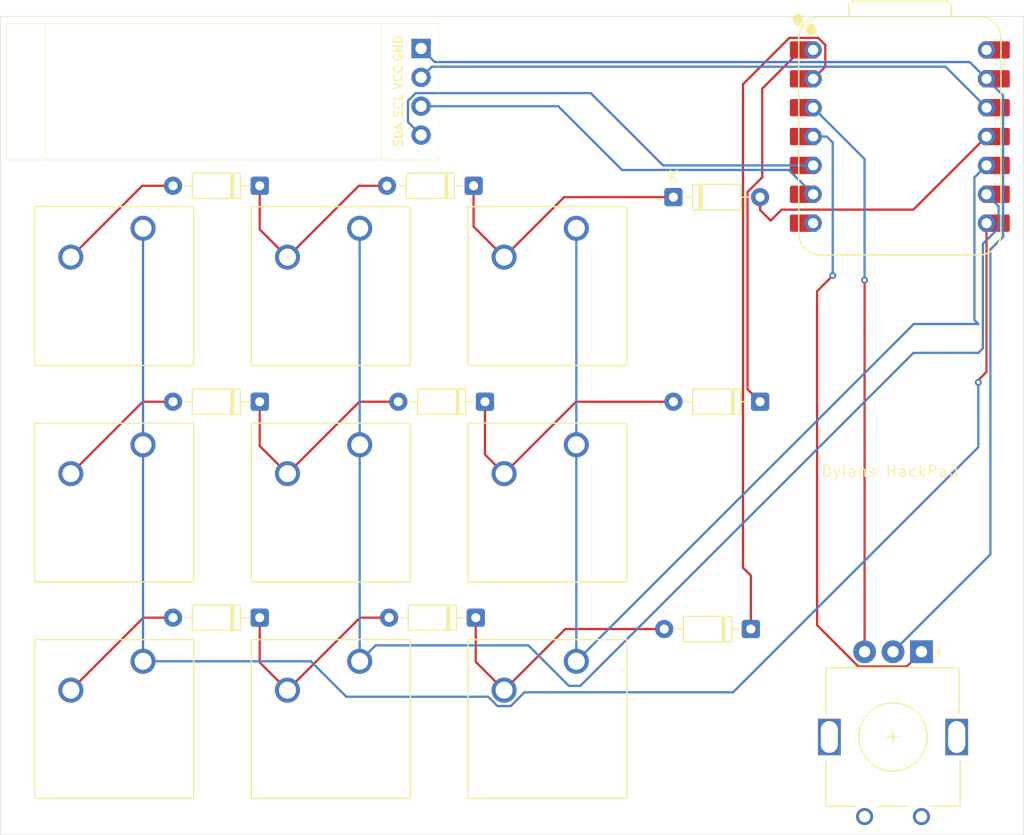
<source format=kicad_pcb>
(kicad_pcb (version 20241229) (generator "pcbnew") (generator_version "9.0")
  (layers (0 "F.Cu" signal) (2 "B.Cu" signal) (13 "F.Paste" user) (15 "B.Paste" user) (5 "F.SilkS" user "F.Silkscreen") (7 "B.SilkS" user "B.Silkscreen") (1 "F.Mask" user) (3 "B.Mask" user) (25 "Edge.Cuts" user))
  (net 0 "")
  (net 1 "GND")
  (net 2 "Net-(D1-A)")
  (net 3 "/ROW1")
  (net 4 "/ROW2")
  (net 5 "Net-(J1-SCL)")
  (net 6 "Net-(D2-K)")
  (net 7 "+3.3V")
  (net 9 "/ROW3")
  (net 10 "Net-(D3-A)")
  (net 11 "Net-(D4-K)")
  (net 13 "Net-(J1-SDA)")
  (net 14 "/COLUMN1")
  (net 15 "/COLUMN2")
  (net 16 "/COLUMN3")
  (net 17 "ENCORDER A")
  (net 18 "ENCODER B")
  (footprint "Diode_THT:D_DO-35_SOD27_P7.62mm_Horizontal" (layer "F.Cu") (at 131.81 103 180)
    (property "Reference" "D4" (hide yes))
    (property "Value" "1N4148" (hide yes))
    (fp_line (start 6.58 0) (end 5.93 0) (stroke (width 0.12)) (layer "F.SilkS"))
    (fp_line (start 2.53 -1.12) (end 2.53 1.12) (stroke (width 0.12)) (layer "F.SilkS"))
    (fp_line (start 2.41 -1.12) (end 2.41 1.12) (stroke (width 0.12)) (layer "F.SilkS"))
    (fp_line (start 2.29 -1.12) (end 2.29 1.12) (stroke (width 0.12)) (layer "F.SilkS"))
    (fp_line (start 1.04 0) (end 1.69 0) (stroke (width 0.12)) (layer "F.SilkS"))
    (fp_rect (start 1.69 -1.12) (end 5.93 1.12) (stroke (width 0.12)) (fill no) (layer "F.SilkS"))
    (pad "1" thru_hole roundrect (at 0 0 180) (size 1.6 1.6) (drill 0.8) (layers "*.Cu" "*.Mask") (roundrect_rratio 0.15625) (net 11 "Net-(D4-K)"))
    (pad "2" thru_hole circle (at 7.62 0 180) (size 1.6 1.6) (drill 0.8) (layers "*.Cu" "*.Mask") (net 9 "/ROW3"))
  )
  (footprint "Diode_THT:D_DO-35_SOD27_P7.62mm_Horizontal" (layer "F.Cu") (at 112.81 65 180)
    (property "Reference" "D1" (hide yes))
    (property "Value" "1N4148" (hide yes))
    (fp_line (start 6.58 0) (end 5.93 0) (stroke (width 0.12)) (layer "F.SilkS"))
    (fp_line (start 2.53 -1.12) (end 2.53 1.12) (stroke (width 0.12)) (layer "F.SilkS"))
    (fp_line (start 2.41 -1.12) (end 2.41 1.12) (stroke (width 0.12)) (layer "F.SilkS"))
    (fp_line (start 2.29 -1.12) (end 2.29 1.12) (stroke (width 0.12)) (layer "F.SilkS"))
    (fp_line (start 1.04 0) (end 1.69 0) (stroke (width 0.12)) (layer "F.SilkS"))
    (fp_rect (start 1.69 -1.12) (end 5.93 1.12) (stroke (width 0.12)) (fill no) (layer "F.SilkS"))
    (pad "1" thru_hole roundrect (at 0 0 180) (size 1.6 1.6) (drill 0.8) (layers "*.Cu" "*.Mask") (roundrect_rratio 0.15625) (net 3 "/ROW1"))
    (pad "2" thru_hole circle (at 7.62 0 180) (size 1.6 1.6) (drill 0.8) (layers "*.Cu" "*.Mask") (net 2 "Net-(D1-A)"))
  )
  (footprint "Diode_THT:D_DO-35_SOD27_P7.62mm_Horizontal" (layer "F.Cu") (at 131.62 65 180)
    (property "Reference" "D6" (hide yes))
    (property "Value" "1N4148" (hide yes))
    (fp_line (start 6.58 0) (end 5.93 0) (stroke (width 0.12)) (layer "F.SilkS"))
    (fp_line (start 2.53 -1.12) (end 2.53 1.12) (stroke (width 0.12)) (layer "F.SilkS"))
    (fp_line (start 2.41 -1.12) (end 2.41 1.12) (stroke (width 0.12)) (layer "F.SilkS"))
    (fp_line (start 2.29 -1.12) (end 2.29 1.12) (stroke (width 0.12)) (layer "F.SilkS"))
    (fp_line (start 1.04 0) (end 1.69 0) (stroke (width 0.12)) (layer "F.SilkS"))
    (fp_rect (start 1.69 -1.12) (end 5.93 1.12) (stroke (width 0.12)) (fill no) (layer "F.SilkS"))
    (pad "1" thru_hole roundrect (at 0 0 180) (size 1.6 1.6) (drill 0.8) (layers "*.Cu" "*.Mask") (roundrect_rratio 0.15625) (net 3 "/ROW1"))
    (pad "2" thru_hole circle (at 7.62 0 180) (size 1.6 1.6) (drill 0.8) (layers "*.Cu" "*.Mask") (net 3 "/ROW1"))
  )
  (footprint "Button_Switch_Keyboard:SW_Cherry_MX_1.00u_PCB" (layer "F.Cu") (at 140.6525 68.73875)
    (property "Reference" "SW7" (hide yes))
    (property "Value" "SW_Push")
    (fp_line (start -9.525 -1.905) (end 4.445 -1.905) (stroke (width 0.12)) (layer "F.SilkS"))
    (fp_line (start -9.525 12.065) (end -9.525 -1.905) (stroke (width 0.12)) (layer "F.SilkS"))
    (fp_line (start 4.445 -1.905) (end 4.445 12.065) (stroke (width 0.12)) (layer "F.SilkS"))
    (fp_line (start 4.445 12.065) (end -9.525 12.065) (stroke (width 0.12)) (layer "F.SilkS"))
    (pad "" np_thru_hole circle (at -7.62 5.08) (size 1.7 1.7) (drill 1.7) (layers "*.Cu" "*.Mask"))
    (pad "" np_thru_hole circle (at -2.54 5.08) (size 4 4) (drill 4) (layers "*.Cu" "*.Mask"))
    (pad "" np_thru_hole circle (at 2.54 5.08) (size 1.7 1.7) (drill 1.7) (layers "*.Cu" "*.Mask"))
    (pad "1" thru_hole circle (at 0 0) (size 2.2 2.2) (drill 1.5) (layers "*.Cu" "*.Mask") (net 16 "/COLUMN3"))
    (pad "2" thru_hole circle (at -6.35 2.54) (size 2.2 2.2) (drill 1.5) (layers "*.Cu" "*.Mask") (net 3 "/ROW1"))
  )
  (footprint "Button_Switch_Keyboard:SW_Cherry_MX_1.00u_PCB" (layer "F.Cu") (at 121.6025 68.73875)
    (property "Reference" "SW6" (hide yes))
    (property "Value" "SW_Push")
    (fp_line (start -9.525 -1.905) (end 4.445 -1.905) (stroke (width 0.12)) (layer "F.SilkS"))
    (fp_line (start -9.525 12.065) (end -9.525 -1.905) (stroke (width 0.12)) (layer "F.SilkS"))
    (fp_line (start 4.445 -1.905) (end 4.445 12.065) (stroke (width 0.12)) (layer "F.SilkS"))
    (fp_line (start 4.445 12.065) (end -9.525 12.065) (stroke (width 0.12)) (layer "F.SilkS"))
    (pad "" np_thru_hole circle (at -7.62 5.08) (size 1.7 1.7) (drill 1.7) (layers "*.Cu" "*.Mask"))
    (pad "" np_thru_hole circle (at -2.54 5.08) (size 4 4) (drill 4) (layers "*.Cu" "*.Mask"))
    (pad "" np_thru_hole circle (at 2.54 5.08) (size 1.7 1.7) (drill 1.7) (layers "*.Cu" "*.Mask"))
    (pad "1" thru_hole circle (at 0 0) (size 2.2 2.2) (drill 1.5) (layers "*.Cu" "*.Mask") (net 15 "/COLUMN2"))
    (pad "2" thru_hole circle (at -6.35 2.54) (size 2.2 2.2) (drill 1.5) (layers "*.Cu" "*.Mask") (net 3 "/ROW1"))
  )
  (footprint "Diode_THT:D_DO-35_SOD27_P7.62mm_Horizontal" (layer "F.Cu") (at 149.19 66)
    (property "Reference" "D9" (hide yes))
    (property "Value" "1N4148" (hide yes))
    (fp_line (start 1.04 0) (end 1.69 0) (stroke (width 0.12)) (layer "F.SilkS"))
    (fp_line (start 2.29 -1.12) (end 2.29 1.12) (stroke (width 0.12)) (layer "F.SilkS"))
    (fp_line (start 2.41 -1.12) (end 2.41 1.12) (stroke (width 0.12)) (layer "F.SilkS"))
    (fp_line (start 2.53 -1.12) (end 2.53 1.12) (stroke (width 0.12)) (layer "F.SilkS"))
    (fp_line (start 6.58 0) (end 5.93 0) (stroke (width 0.12)) (layer "F.SilkS"))
    (fp_rect (start 1.69 -1.12) (end 5.93 1.12) (stroke (width 0.12)) (fill no) (layer "F.SilkS"))
    (fp_text user "K" (at 0 -1.8 0) (layer "F.SilkS"))
    (pad "1" thru_hole roundrect (at 0 0) (size 1.6 1.6) (drill 0.8) (layers "*.Cu" "*.Mask") (roundrect_rratio 0.15625) (net 3 "/ROW1"))
    (pad "2" thru_hole circle (at 7.62 0) (size 1.6 1.6) (drill 0.8) (layers "*.Cu" "*.Mask") (net 3 "/ROW1"))
  )
  (footprint "Button_Switch_Keyboard:SW_Cherry_MX_1.00u_PCB" (layer "F.Cu") (at 102.5525 106.83875)
    (property "Reference" "SW3" (hide yes))
    (property "Value" "SW_Push")
    (fp_line (start -9.525 -1.905) (end 4.445 -1.905) (stroke (width 0.12)) (layer "F.SilkS"))
    (fp_line (start -9.525 12.065) (end -9.525 -1.905) (stroke (width 0.12)) (layer "F.SilkS"))
    (fp_line (start 4.445 -1.905) (end 4.445 12.065) (stroke (width 0.12)) (layer "F.SilkS"))
    (fp_line (start 4.445 12.065) (end -9.525 12.065) (stroke (width 0.12)) (layer "F.SilkS"))
    (pad "" np_thru_hole circle (at -7.62 5.08) (size 1.7 1.7) (drill 1.7) (layers "*.Cu" "*.Mask"))
    (pad "" np_thru_hole circle (at -2.54 5.08) (size 4 4) (drill 4) (layers "*.Cu" "*.Mask"))
    (pad "" np_thru_hole circle (at 2.54 5.08) (size 1.7 1.7) (drill 1.7) (layers "*.Cu" "*.Mask"))
    (pad "1" thru_hole circle (at 0 0) (size 2.2 2.2) (drill 1.5) (layers "*.Cu" "*.Mask") (net 14 "/COLUMN1"))
    (pad "2" thru_hole circle (at -6.35 2.54) (size 2.2 2.2) (drill 1.5) (layers "*.Cu" "*.Mask") (net 10 "Net-(D3-A)"))
  )
  (footprint "Diode_THT:D_DO-35_SOD27_P7.62mm_Horizontal" (layer "F.Cu") (at 132.62 84 180)
    (property "Reference" "D5" (hide yes))
    (property "Value" "1N4148" (hide yes))
    (fp_line (start 6.58 0) (end 5.93 0) (stroke (width 0.12)) (layer "F.SilkS"))
    (fp_line (start 2.53 -1.12) (end 2.53 1.12) (stroke (width 0.12)) (layer "F.SilkS"))
    (fp_line (start 2.41 -1.12) (end 2.41 1.12) (stroke (width 0.12)) (layer "F.SilkS"))
    (fp_line (start 2.29 -1.12) (end 2.29 1.12) (stroke (width 0.12)) (layer "F.SilkS"))
    (fp_line (start 1.04 0) (end 1.69 0) (stroke (width 0.12)) (layer "F.SilkS"))
    (fp_rect (start 1.69 -1.12) (end 5.93 1.12) (stroke (width 0.12)) (fill no) (layer "F.SilkS"))
    (pad "1" thru_hole roundrect (at 0 0 180) (size 1.6 1.6) (drill 0.8) (layers "*.Cu" "*.Mask") (roundrect_rratio 0.15625) (net 4 "/ROW2"))
    (pad "2" thru_hole circle (at 7.62 0 180) (size 1.6 1.6) (drill 0.8) (layers "*.Cu" "*.Mask") (net 6 "Net-(D2-K)"))
  )
  (footprint "Diode_THT:D_DO-35_SOD27_P7.62mm_Horizontal" (layer "F.Cu") (at 112.81 103 180)
    (property "Reference" "D3" (hide yes))
    (property "Value" "1N4148" (hide yes))
    (fp_line (start 6.58 0) (end 5.93 0) (stroke (width 0.12)) (layer "F.SilkS"))
    (fp_line (start 2.53 -1.12) (end 2.53 1.12) (stroke (width 0.12)) (layer "F.SilkS"))
    (fp_line (start 2.41 -1.12) (end 2.41 1.12) (stroke (width 0.12)) (layer "F.SilkS"))
    (fp_line (start 2.29 -1.12) (end 2.29 1.12) (stroke (width 0.12)) (layer "F.SilkS"))
    (fp_line (start 1.04 0) (end 1.69 0) (stroke (width 0.12)) (layer "F.SilkS"))
    (fp_rect (start 1.69 -1.12) (end 5.93 1.12) (stroke (width 0.12)) (fill no) (layer "F.SilkS"))
    (pad "1" thru_hole roundrect (at 0 0 180) (size 1.6 1.6) (drill 0.8) (layers "*.Cu" "*.Mask") (roundrect_rratio 0.15625) (net 9 "/ROW3"))
    (pad "2" thru_hole circle (at 7.62 0 180) (size 1.6 1.6) (drill 0.8) (layers "*.Cu" "*.Mask") (net 10 "Net-(D3-A)"))
  )
  (footprint "Button_Switch_Keyboard:SW_Cherry_MX_1.00u_PCB" (layer "F.Cu") (at 140.6525 87.78875)
    (property "Reference" "SW9" (hide yes))
    (property "Value" "SW_Push")
    (fp_line (start -9.525 -1.905) (end 4.445 -1.905) (stroke (width 0.12)) (layer "F.SilkS"))
    (fp_line (start -9.525 12.065) (end -9.525 -1.905) (stroke (width 0.12)) (layer "F.SilkS"))
    (fp_line (start 4.445 -1.905) (end 4.445 12.065) (stroke (width 0.12)) (layer "F.SilkS"))
    (fp_line (start 4.445 12.065) (end -9.525 12.065) (stroke (width 0.12)) (layer "F.SilkS"))
    (pad "" np_thru_hole circle (at -7.62 5.08) (size 1.7 1.7) (drill 1.7) (layers "*.Cu" "*.Mask"))
    (pad "" np_thru_hole circle (at -2.54 5.08) (size 4 4) (drill 4) (layers "*.Cu" "*.Mask"))
    (pad "" np_thru_hole circle (at 2.54 5.08) (size 1.7 1.7) (drill 1.7) (layers "*.Cu" "*.Mask"))
    (pad "1" thru_hole circle (at 0 0) (size 2.2 2.2) (drill 1.5) (layers "*.Cu" "*.Mask") (net 16 "/COLUMN3"))
    (pad "2" thru_hole circle (at -6.35 2.54) (size 2.2 2.2) (drill 1.5) (layers "*.Cu" "*.Mask") (net 4 "/ROW2"))
  )
  (footprint "OPL lib:SSD1306-0.91-OLED-4pin-128x32 (1)" (layer "F.Cu") (at 90.5 50.73)
    (property "Reference" "J1" (hide yes))
    (property "Value" "Conn_01x04_MountingPin" (hide yes))
    (fp_line (start 0 0) (end 0 12) (stroke (width 0.04)) (layer "F.SilkS"))
    (fp_line (start 0 12) (end 38 12) (stroke (width 0.04)) (layer "F.SilkS"))
    (fp_line (start 3.5 0) (end 3.5 12) (stroke (width 0.04)) (layer "F.SilkS"))
    (fp_line (start 33 0) (end 33 12) (stroke (width 0.04)) (layer "F.SilkS"))
    (fp_line (start 38 0) (end 0 0) (stroke (width 0.04)) (layer "F.SilkS"))
    (fp_line (start 38 12) (end 38 0) (stroke (width 0.04)) (layer "F.SilkS"))
    (fp_text user "SCL" (at 34.5 7.27 270) (layer "F.SilkS") (effects (font (size 0.75 0.75))))
    (fp_text user "VCC" (at 34.5 4.73 270) (layer "F.SilkS") (effects (font (size 0.75 0.75))))
    (fp_text user "SDA" (at 34.5 9.81 270) (layer "F.SilkS") (effects (font (size 0.75 0.75))))
    (fp_text user "GND" (at 34.5 2.19 270) (layer "F.SilkS") (effects (font (size 0.75 0.75))))
    (pad "1" thru_hole rect (at 36.5 2.19) (size 1.7 1.7) (drill 1) (layers "*.Cu" "*.Mask") (net 1 "GND"))
    (pad "2" thru_hole oval (at 36.5 4.73) (size 1.7 1.7) (drill 1) (layers "*.Cu" "*.Mask") (net 7 "+3.3V"))
    (pad "3" thru_hole oval (at 36.5 7.27) (size 1.7 1.7) (drill 1) (layers "*.Cu" "*.Mask") (net 5 "Net-(J1-SCL)"))
    (pad "4" thru_hole oval (at 36.5 9.81) (size 1.7 1.7) (drill 1) (layers "*.Cu" "*.Mask") (net 13 "Net-(J1-SDA)"))
  )
  (footprint "Diode_THT:D_DO-35_SOD27_P7.62mm_Horizontal" (layer "F.Cu") (at 156 104 180)
    (property "Reference" "D7" (hide yes))
    (property "Value" "1N4148" (hide yes))
    (fp_line (start 6.58 0) (end 5.93 0) (stroke (width 0.12)) (layer "F.SilkS"))
    (fp_line (start 2.53 -1.12) (end 2.53 1.12) (stroke (width 0.12)) (layer "F.SilkS"))
    (fp_line (start 2.41 -1.12) (end 2.41 1.12) (stroke (width 0.12)) (layer "F.SilkS"))
    (fp_line (start 2.29 -1.12) (end 2.29 1.12) (stroke (width 0.12)) (layer "F.SilkS"))
    (fp_line (start 1.04 0) (end 1.69 0) (stroke (width 0.12)) (layer "F.SilkS"))
    (fp_rect (start 1.69 -1.12) (end 5.93 1.12) (stroke (width 0.12)) (fill no) (layer "F.SilkS"))
    (pad "1" thru_hole roundrect (at 0 0 180) (size 1.6 1.6) (drill 0.8) (layers "*.Cu" "*.Mask") (roundrect_rratio 0.15625) (net 9 "/ROW3"))
    (pad "2" thru_hole circle (at 7.62 0 180) (size 1.6 1.6) (drill 0.8) (layers "*.Cu" "*.Mask") (net 11 "Net-(D4-K)"))
  )
  (footprint "Button_Switch_Keyboard:SW_Cherry_MX_1.00u_PCB" (layer "F.Cu") (at 102.5525 68.73875)
    (property "Reference" "SW1" (hide yes))
    (property "Value" "SW_Push")
    (fp_line (start -9.525 -1.905) (end 4.445 -1.905) (stroke (width 0.12)) (layer "F.SilkS"))
    (fp_line (start -9.525 12.065) (end -9.525 -1.905) (stroke (width 0.12)) (layer "F.SilkS"))
    (fp_line (start 4.445 -1.905) (end 4.445 12.065) (stroke (width 0.12)) (layer "F.SilkS"))
    (fp_line (start 4.445 12.065) (end -9.525 12.065) (stroke (width 0.12)) (layer "F.SilkS"))
    (pad "" np_thru_hole circle (at -7.62 5.08) (size 1.7 1.7) (drill 1.7) (layers "*.Cu" "*.Mask"))
    (pad "" np_thru_hole circle (at -2.54 5.08) (size 4 4) (drill 4) (layers "*.Cu" "*.Mask"))
    (pad "" np_thru_hole circle (at 2.54 5.08) (size 1.7 1.7) (drill 1.7) (layers "*.Cu" "*.Mask"))
    (pad "1" thru_hole circle (at 0 0) (size 2.2 2.2) (drill 1.5) (layers "*.Cu" "*.Mask") (net 14 "/COLUMN1"))
    (pad "2" thru_hole circle (at -6.35 2.54) (size 2.2 2.2) (drill 1.5) (layers "*.Cu" "*.Mask") (net 2 "Net-(D1-A)"))
  )
  (footprint "Rotary_Encoder:RotaryEncoder_Alps_EC11E_Vertical_H20mm" (layer "F.Cu") (at 171 106 -90)
    (property "Reference" "SW17" (hide yes))
    (property "Value" "RotaryEncoder")
    (fp_line (start 5.5 8.4) (end 1.4 8.4) (stroke (width 0.12)) (layer "F.SilkS"))
    (fp_line (start 13.6 8.4) (end 9.5 8.4) (stroke (width 0.12)) (layer "F.SilkS"))
    (fp_line (start 13.6 5.8) (end 13.6 8.4) (stroke (width 0.12)) (layer "F.SilkS"))
    (fp_line (start 7 2.5) (end 8 2.5) (stroke (width 0.12)) (layer "F.SilkS"))
    (fp_line (start 7.5 2) (end 7.5 3) (stroke (width 0.12)) (layer "F.SilkS"))
    (fp_line (start 13.6 1.2) (end 13.6 3.8) (stroke (width 0.12)) (layer "F.SilkS"))
    (fp_line (start 0 -1.3) (end -0.3 -1.6) (stroke (width 0.12)) (layer "F.SilkS"))
    (fp_line (start -0.3 -1.6) (end 0.3 -1.6) (stroke (width 0.12)) (layer "F.SilkS"))
    (fp_line (start 0.3 -1.6) (end 0 -1.3) (stroke (width 0.12)) (layer "F.SilkS"))
    (fp_line (start 1.4 -3.3) (end 1.4 8.4) (stroke (width 0.12)) (layer "F.SilkS"))
    (fp_line (start 5.5 -3.3) (end 1.4 -3.3) (stroke (width 0.12)) (layer "F.SilkS"))
    (fp_line (start 9.5 -3.4) (end 13.6 -3.4) (stroke (width 0.12)) (layer "F.SilkS"))
    (fp_line (start 13.6 -3.4) (end 13.6 -0.8) (stroke (width 0.12)) (layer "F.SilkS"))
    (fp_circle (center 7.5 2.5) (end 10.5 2.5) (stroke (width 0.12)) (fill no) (layer "F.SilkS"))
    (pad "" thru_hole circle (at 14.5 0 270) (size 1.5 1.5) (drill 1) (layers "*.Cu" "*.Mask"))
    (pad "" thru_hole circle (at 14.5 5 270) (size 1.5 1.5) (drill 1) (layers "*.Cu" "*.Mask"))
    (pad "A" thru_hole rect (at 0 0 270) (size 2 2) (drill 1) (layers "*.Cu" "*.Mask") (net 17 "ENCORDER A"))
    (pad "B" thru_hole circle (at 0 5 270) (size 2 2) (drill 1) (layers "*.Cu" "*.Mask") (net 18 "ENCODER B"))
    (pad "C" thru_hole circle (at 0 2.5 270) (size 2 2) (drill 1) (layers "*.Cu" "*.Mask") (net 1 "GND"))
    (pad "MP" thru_hole rect (at 7.5 -3.1 270) (size 3.2 2) (drill oval 2.8 1.5) (layers "*.Cu" "*.Mask"))
    (pad "MP" thru_hole rect (at 7.5 8.1 270) (size 3.2 2) (drill oval 2.8 1.5) (layers "*.Cu" "*.Mask"))
  )
  (footprint "Diode_THT:D_DO-35_SOD27_P7.62mm_Horizontal" (layer "F.Cu") (at 112.81 84 180)
    (property "Reference" "D2" (hide yes))
    (property "Value" "1N4148" (hide yes))
    (fp_line (start 6.58 0) (end 5.93 0) (stroke (width 0.12)) (layer "F.SilkS"))
    (fp_line (start 2.53 -1.12) (end 2.53 1.12) (stroke (width 0.12)) (layer "F.SilkS"))
    (fp_line (start 2.41 -1.12) (end 2.41 1.12) (stroke (width 0.12)) (layer "F.SilkS"))
    (fp_line (start 2.29 -1.12) (end 2.29 1.12) (stroke (width 0.12)) (layer "F.SilkS"))
    (fp_line (start 1.04 0) (end 1.69 0) (stroke (width 0.12)) (layer "F.SilkS"))
    (fp_rect (start 1.69 -1.12) (end 5.93 1.12) (stroke (width 0.12)) (fill no) (layer "F.SilkS"))
    (pad "1" thru_hole roundrect (at 0 0 180) (size 1.6 1.6) (drill 0.8) (layers "*.Cu" "*.Mask") (roundrect_rratio 0.15625) (net 6 "Net-(D2-K)"))
    (pad "2" thru_hole circle (at 7.62 0 180) (size 1.6 1.6) (drill 0.8) (layers "*.Cu" "*.Mask") (net 4 "/ROW2"))
  )
  (footprint "Button_Switch_Keyboard:SW_Cherry_MX_1.00u_PCB" (layer "F.Cu") (at 121.6025 87.78875)
    (property "Reference" "SW5" (hide yes))
    (property "Value" "SW_Push")
    (fp_line (start -9.525 -1.905) (end 4.445 -1.905) (stroke (width 0.12)) (layer "F.SilkS"))
    (fp_line (start -9.525 12.065) (end -9.525 -1.905) (stroke (width 0.12)) (layer "F.SilkS"))
    (fp_line (start 4.445 -1.905) (end 4.445 12.065) (stroke (width 0.12)) (layer "F.SilkS"))
    (fp_line (start 4.445 12.065) (end -9.525 12.065) (stroke (width 0.12)) (layer "F.SilkS"))
    (pad "" np_thru_hole circle (at -7.62 5.08) (size 1.7 1.7) (drill 1.7) (layers "*.Cu" "*.Mask"))
    (pad "" np_thru_hole circle (at -2.54 5.08) (size 4 4) (drill 4) (layers "*.Cu" "*.Mask"))
    (pad "" np_thru_hole circle (at 2.54 5.08) (size 1.7 1.7) (drill 1.7) (layers "*.Cu" "*.Mask"))
    (pad "1" thru_hole circle (at 0 0) (size 2.2 2.2) (drill 1.5) (layers "*.Cu" "*.Mask") (net 15 "/COLUMN2"))
    (pad "2" thru_hole circle (at -6.35 2.54) (size 2.2 2.2) (drill 1.5) (layers "*.Cu" "*.Mask") (net 6 "Net-(D2-K)"))
  )
  (footprint "Button_Switch_Keyboard:SW_Cherry_MX_1.00u_PCB" (layer "F.Cu") (at 102.5525 87.78875)
    (property "Reference" "SW2" (hide yes))
    (property "Value" "SW_Push")
    (fp_line (start -9.525 -1.905) (end 4.445 -1.905) (stroke (width 0.12)) (layer "F.SilkS"))
    (fp_line (start -9.525 12.065) (end -9.525 -1.905) (stroke (width 0.12)) (layer "F.SilkS"))
    (fp_line (start 4.445 -1.905) (end 4.445 12.065) (stroke (width 0.12)) (layer "F.SilkS"))
    (fp_line (start 4.445 12.065) (end -9.525 12.065) (stroke (width 0.12)) (layer "F.SilkS"))
    (pad "" np_thru_hole circle (at -7.62 5.08) (size 1.7 1.7) (drill 1.7) (layers "*.Cu" "*.Mask"))
    (pad "" np_thru_hole circle (at -2.54 5.08) (size 4 4) (drill 4) (layers "*.Cu" "*.Mask"))
    (pad "" np_thru_hole circle (at 2.54 5.08) (size 1.7 1.7) (drill 1.7) (layers "*.Cu" "*.Mask"))
    (pad "1" thru_hole circle (at 0 0) (size 2.2 2.2) (drill 1.5) (layers "*.Cu" "*.Mask") (net 14 "/COLUMN1"))
    (pad "2" thru_hole circle (at -6.35 2.54) (size 2.2 2.2) (drill 1.5) (layers "*.Cu" "*.Mask") (net 4 "/ROW2"))
  )
  (footprint "Diode_THT:D_DO-35_SOD27_P7.62mm_Horizontal" (layer "F.Cu") (at 156.81 84 180)
    (property "Reference" "D8" (hide yes))
    (property "Value" "1N4148" (hide yes))
    (fp_line (start 6.58 0) (end 5.93 0) (stroke (width 0.12)) (layer "F.SilkS"))
    (fp_line (start 2.53 -1.12) (end 2.53 1.12) (stroke (width 0.12)) (layer "F.SilkS"))
    (fp_line (start 2.41 -1.12) (end 2.41 1.12) (stroke (width 0.12)) (layer "F.SilkS"))
    (fp_line (start 2.29 -1.12) (end 2.29 1.12) (stroke (width 0.12)) (layer "F.SilkS"))
    (fp_line (start 1.04 0) (end 1.69 0) (stroke (width 0.12)) (layer "F.SilkS"))
    (fp_rect (start 1.69 -1.12) (end 5.93 1.12) (stroke (width 0.12)) (fill no) (layer "F.SilkS"))
    (pad "1" thru_hole roundrect (at 0 0 180) (size 1.6 1.6) (drill 0.8) (layers "*.Cu" "*.Mask") (roundrect_rratio 0.15625) (net 4 "/ROW2"))
    (pad "2" thru_hole circle (at 7.62 0 180) (size 1.6 1.6) (drill 0.8) (layers "*.Cu" "*.Mask") (net 4 "/ROW2"))
  )
  (footprint "Button_Switch_Keyboard:SW_Cherry_MX_1.00u_PCB" (layer "F.Cu") (at 121.6025 106.83875)
    (property "Reference" "SW4" (hide yes))
    (property "Value" "SW_Push")
    (fp_line (start -9.525 -1.905) (end 4.445 -1.905) (stroke (width 0.12)) (layer "F.SilkS"))
    (fp_line (start -9.525 12.065) (end -9.525 -1.905) (stroke (width 0.12)) (layer "F.SilkS"))
    (fp_line (start 4.445 -1.905) (end 4.445 12.065) (stroke (width 0.12)) (layer "F.SilkS"))
    (fp_line (start 4.445 12.065) (end -9.525 12.065) (stroke (width 0.12)) (layer "F.SilkS"))
    (pad "" np_thru_hole circle (at -7.62 5.08) (size 1.7 1.7) (drill 1.7) (layers "*.Cu" "*.Mask"))
    (pad "" np_thru_hole circle (at -2.54 5.08) (size 4 4) (drill 4) (layers "*.Cu" "*.Mask"))
    (pad "" np_thru_hole circle (at 2.54 5.08) (size 1.7 1.7) (drill 1.7) (layers "*.Cu" "*.Mask"))
    (pad "1" thru_hole circle (at 0 0) (size 2.2 2.2) (drill 1.5) (layers "*.Cu" "*.Mask") (net 15 "/COLUMN2"))
    (pad "2" thru_hole circle (at -6.35 2.54) (size 2.2 2.2) (drill 1.5) (layers "*.Cu" "*.Mask") (net 9 "/ROW3"))
  )
  (footprint "OPL lib:XIAO-RP2040-DIP" (layer "F.Cu") (at 169.1 60.6685)
    (property "Reference" "U1" (hide yes))
    (property "Value" "XIAO-RP2040-DIP")
    (fp_line (start -8.89 8.509) (end -8.89 -8.636) (stroke (width 0.127)) (layer "F.SilkS"))
    (fp_line (start -6.985 10.414) (end 6.985 10.414) (stroke (width 0.127)) (layer "F.SilkS"))
    (fp_line (start -4.495 -10.541) (end -4.491272 -11.451272) (stroke (width 0.127)) (layer "F.SilkS"))
    (fp_line (start -3.991272 -11.951) (end 4.004 -11.951) (stroke (width 0.127)) (layer "F.SilkS"))
    (fp_line (start 4.504 -11.451) (end 4.504 -10.541) (stroke (width 0.127)) (layer "F.SilkS"))
    (fp_line (start 6.985 -10.541) (end -6.985 -10.541) (stroke (width 0.1)) (layer "F.SilkS"))
    (fp_line (start 6.985 -10.541) (end -6.985 -10.541) (stroke (width 0.127)) (layer "F.SilkS"))
    (fp_line (start 8.89 8.509) (end 8.89 -8.636) (stroke (width 0.127)) (layer "F.SilkS"))
    (fp_arc (start -8.89 -8.636) (mid -8.332038 -9.983038) (end -6.985 -10.541) (stroke (width 0.127)) (layer "F.SilkS"))
    (fp_arc (start -6.985 10.414) (mid -8.332038 9.856038) (end -8.89 8.509) (stroke (width 0.127)) (layer "F.SilkS"))
    (fp_arc (start -4.491272 -11.451272) (mid -4.344728 -11.80464) (end -3.991272 -11.951) (stroke (width 0.127)) (layer "F.SilkS"))
    (fp_arc (start 4.004 -11.951) (mid 4.357553 -11.804553) (end 4.504 -11.451) (stroke (width 0.127)) (layer "F.SilkS"))
    (fp_arc (start 6.985 -10.541) (mid 8.332038 -9.983038) (end 8.89 -8.636) (stroke (width 0.127)) (layer "F.SilkS"))
    (fp_arc (start 8.89 8.509) (mid 8.332038 9.856038) (end 6.985 10.414) (stroke (width 0.127)) (layer "F.SilkS"))
    (fp_circle (center -8.95 -10.3) (end -8.95 -10.554) (stroke (width 0.5)) (fill yes) (layer "F.SilkS"))
    (fp_circle (center -7.807 -9.42) (end -7.807 -9.674) (stroke (width 0.5)) (fill yes) (layer "F.SilkS"))
    (pad "1" smd roundrect (at -8.455 -7.62 180) (size 2.432 1.524) (layers "F.Cu" "F.Mask") (roundrect_rratio 0.1) (net 4 "/ROW2"))
    (pad "1" thru_hole circle (at -7.62 -7.62 180) (size 1.524 1.524) (drill 0.889) (layers "*.Cu" "*.Mask") (net 4 "/ROW2"))
    (pad "2" smd roundrect (at -8.455 -5.08 180) (size 2.432 1.524) (layers "F.Cu" "F.Mask") (roundrect_rratio 0.1) (net 9 "/ROW3"))
    (pad "2" thru_hole circle (at -7.62 -5.08 180) (size 1.524 1.524) (drill 0.889) (layers "*.Cu" "*.Mask") (net 9 "/ROW3"))
    (pad "3" smd roundrect (at -8.455 -2.54 180) (size 2.432 1.524) (layers "F.Cu" "F.Mask") (roundrect_rratio 0.1) (net 18 "ENCODER B"))
    (pad "3" thru_hole circle (at -7.62 -2.54 180) (size 1.524 1.524) (drill 0.889) (layers "*.Cu" "*.Mask") (net 18 "ENCODER B"))
    (pad "4" smd roundrect (at -8.455 0 180) (size 2.432 1.524) (layers "F.Cu" "F.Mask") (roundrect_rratio 0.1) (net 17 "ENCORDER A"))
    (pad "4" thru_hole circle (at -7.62 0 180) (size 1.524 1.524) (drill 0.889) (layers "*.Cu" "*.Mask") (net 17 "ENCORDER A"))
    (pad "5" smd roundrect (at -8.455 2.54 180) (size 2.432 1.524) (layers "F.Cu" "F.Mask") (roundrect_rratio 0.1) (net 13 "Net-(J1-SDA)"))
    (pad "5" thru_hole circle (at -7.62 2.54 180) (size 1.524 1.524) (drill 0.889) (layers "*.Cu" "*.Mask") (net 13 "Net-(J1-SDA)"))
    (pad "6" smd roundrect (at -8.455 5.08 180) (size 2.432 1.524) (layers "F.Cu" "F.Mask") (roundrect_rratio 0.1) (net 5 "Net-(J1-SCL)"))
    (pad "6" thru_hole circle (at -7.62 5.08 180) (size 1.524 1.524) (drill 0.889) (layers "*.Cu" "*.Mask") (net 5 "Net-(J1-SCL)"))
    (pad "7" smd roundrect (at -8.455 7.62 180) (size 2.432 1.524) (layers "F.Cu" "F.Mask") (roundrect_rratio 0.1))
    (pad "7" thru_hole circle (at -7.62 7.62 180) (size 1.524 1.524) (drill 0.889) (layers "*.Cu" "*.Mask"))
    (pad "8" thru_hole circle (at 7.62 7.62) (size 1.524 1.524) (drill 0.889) (layers "*.Cu" "*.Mask") (net 14 "/COLUMN1"))
    (pad "8" smd roundrect (at 8.455 7.62) (size 2.432 1.524) (layers "F.Cu" "F.Mask") (roundrect_rratio 0.1) (net 14 "/COLUMN1"))
    (pad "9" thru_hole circle (at 7.62 5.08) (size 1.524 1.524) (drill 0.889) (layers "*.Cu" "*.Mask") (net 15 "/COLUMN2"))
    (pad "9" smd roundrect (at 8.455 5.08) (size 2.432 1.524) (layers "F.Cu" "F.Mask") (roundrect_rratio 0.1) (net 15 "/COLUMN2"))
    (pad "10" thru_hole circle (at 7.62 2.54) (size 1.524 1.524) (drill 0.889) (layers "*.Cu" "*.Mask") (net 16 "/COLUMN3"))
    (pad "10" smd roundrect (at 8.455 2.54) (size 2.432 1.524) (layers "F.Cu" "F.Mask") (roundrect_rratio 0.1) (net 16 "/COLUMN3"))
    (pad "11" thru_hole circle (at 7.62 0) (size 1.524 1.524) (drill 0.889) (layers "*.Cu" "*.Mask") (net 3 "/ROW1"))
    (pad "11" smd roundrect (at 8.455 0) (size 2.432 1.524) (layers "F.Cu" "F.Mask") (roundrect_rratio 0.1) (net 3 "/ROW1"))
    (pad "12" thru_hole circle (at 7.62 -2.54) (size 1.524 1.524) (drill 0.889) (layers "*.Cu" "*.Mask") (net 7 "+3.3V"))
    (pad "12" smd roundrect (at 8.455 -2.54) (size 2.432 1.524) (layers "F.Cu" "F.Mask") (roundrect_rratio 0.1) (net 7 "+3.3V"))
    (pad "13" thru_hole circle (at 7.62 -5.08) (size 1.524 1.524) (drill 0.889) (layers "*.Cu" "*.Mask") (net 1 "GND"))
    (pad "13" smd roundrect (at 8.455 -5.08) (size 2.432 1.524) (layers "F.Cu" "F.Mask") (roundrect_rratio 0.1) (net 1 "GND"))
    (pad "14" thru_hole circle (at 7.62 -7.62) (size 1.524 1.524) (drill 0.889) (layers "*.Cu" "*.Mask"))
    (pad "14" smd roundrect (at 8.455 -7.62) (size 2.432 1.524) (layers "F.Cu" "F.Mask") (roundrect_rratio 0.1))
  )
  (footprint "Button_Switch_Keyboard:SW_Cherry_MX_1.00u_PCB" (layer "F.Cu") (at 140.6525 106.83875)
    (property "Reference" "SW8" (hide yes))
    (property "Value" "SW_Push")
    (fp_line (start -9.525 -1.905) (end 4.445 -1.905) (stroke (width 0.12)) (layer "F.SilkS"))
    (fp_line (start -9.525 12.065) (end -9.525 -1.905) (stroke (width 0.12)) (layer "F.SilkS"))
    (fp_line (start 4.445 -1.905) (end 4.445 12.065) (stroke (width 0.12)) (layer "F.SilkS"))
    (fp_line (start 4.445 12.065) (end -9.525 12.065) (stroke (width 0.12)) (layer "F.SilkS"))
    (pad "" np_thru_hole circle (at -7.62 5.08) (size 1.7 1.7) (drill 1.7) (layers "*.Cu" "*.Mask"))
    (pad "" np_thru_hole circle (at -2.54 5.08) (size 4 4) (drill 4) (layers "*.Cu" "*.Mask"))
    (pad "" np_thru_hole circle (at 2.54 5.08) (size 1.7 1.7) (drill 1.7) (layers "*.Cu" "*.Mask"))
    (pad "1" thru_hole circle (at 0 0) (size 2.2 2.2) (drill 1.5) (layers "*.Cu" "*.Mask") (net 16 "/COLUMN3"))
    (pad "2" thru_hole circle (at -6.35 2.54) (size 2.2 2.2) (drill 1.5) (layers "*.Cu" "*.Mask") (net 11 "Net-(D4-K)"))
  )
  (gr_rect (start 90 50.1) (end 180 122.1) (stroke (width 0.05)) (fill no) (layer "Edge.Cuts"))
  (gr_text "Dylans HackPad" (at 162.115 90.7 0) (layer "F.SilkS") (effects (font (size 1 1) (thickness 0.1)) (justify left bottom)))
  (segment (start 128.1915 54.1115) (end 175.243 54.1115) (width 0.2) (layer "B.Cu") (net 1))
  (segment (start 177.063 70.603) (end 178.184 69.482) (width 0.2) (layer "B.Cu") (net 1))
  (segment (start 175.243 54.1115) (end 176.72 55.5885) (width 0.2) (layer "B.Cu") (net 1))
  (segment (start 178.184 69.482) (end 178.184 57.0525) (width 0.2) (layer "B.Cu") (net 1))
  (segment (start 168.5 106) (end 177.063 97.437) (width 0.2) (layer "B.Cu") (net 1))
  (segment (start 177.063 97.437) (end 177.063 70.603) (width 0.2) (layer "B.Cu") (net 1))
  (segment (start 127 52.92) (end 128.1915 54.1115) (width 0.2) (layer "B.Cu") (net 1))
  (segment (start 178.184 57.0525) (end 176.72 55.5885) (width 0.2) (layer "B.Cu") (net 1))
  (segment (start 96.2025 71.27875) (end 102.48125 65) (width 0.2) (layer "F.Cu") (net 2))
  (segment (start 102.48125 65) (end 105.19 65) (width 0.2) (layer "F.Cu") (net 2))
  (segment (start 115.2525 71.27875) (end 121.53125 65) (width 0.2) (layer "F.Cu") (net 3))
  (segment (start 158.70463 67.1) (end 170.2885 67.1) (width 0.2) (layer "F.Cu") (net 3))
  (segment (start 156.81 66) (end 156.81 67.13137) (width 0.2) (layer "F.Cu") (net 3))
  (segment (start 134.3025 71.27875) (end 134.3025 70.3025) (width 0.2) (layer "F.Cu") (net 3))
  (segment (start 134.3025 71.27875) (end 139.58125 66) (width 0.2) (layer "F.Cu") (net 3))
  (segment (start 131.62 65) (end 131.62 68.59625) (width 0.2) (layer "F.Cu") (net 3))
  (segment (start 112.81 65) (end 112.81 68.83625) (width 0.2) (layer "F.Cu") (net 3))
  (segment (start 156.81 67.13137) (end 157.74163 68.063) (width 0.2) (layer "F.Cu") (net 3))
  (segment (start 112.81 68.83625) (end 115.2525 71.27875) (width 0.2) (layer "F.Cu") (net 3))
  (segment (start 121.53125 65) (end 124 65) (width 0.2) (layer "F.Cu") (net 3))
  (segment (start 139.58125 66) (end 149.19 66) (width 0.2) (layer "F.Cu") (net 3))
  (segment (start 131.62 68.59625) (end 134.3025 71.27875) (width 0.2) (layer "F.Cu") (net 3))
  (segment (start 170.2885 67.1) (end 176.72 60.6685) (width 0.2) (layer "F.Cu") (net 3))
  (segment (start 157.74163 68.063) (end 158.70463 67.1) (width 0.2) (layer "F.Cu") (net 3))
  (segment (start 96.2025 90.32875) (end 102.53125 84) (width 0.2) (layer "F.Cu") (net 4))
  (segment (start 161.48 53.0485) (end 160.40237 53.0485) (width 0.2) (layer "F.Cu") (net 4))
  (segment (start 134.3025 90.32875) (end 140.63125 84) (width 0.2) (layer "F.Cu") (net 4))
  (segment (start 160.40237 53.0485) (end 157 56.45087) (width 0.2) (layer "F.Cu") (net 4))
  (segment (start 155.709 65.54395) (end 157 64.25295) (width 0.2) (layer "F.Cu") (net 4))
  (segment (start 132.62 84) (end 132.62 88.64625) (width 0.2) (layer "F.Cu") (net 4))
  (segment (start 132.62 88.64625) (end 134.3025 90.32875) (width 0.2) (layer "F.Cu") (net 4))
  (segment (start 155.709 82.899) (end 155.709 65.54395) (width 0.2) (layer "F.Cu") (net 4))
  (segment (start 140.63125 84) (end 149.19 84) (width 0.2) (layer "F.Cu") (net 4))
  (segment (start 157 56.45087) (end 157 64.25295) (width 0.2) (layer "F.Cu") (net 4))
  (segment (start 156.81 84) (end 155.709 82.899) (width 0.2) (layer "F.Cu") (net 4))
  (segment (start 102.53125 84) (end 105.19 84) (width 0.2) (layer "F.Cu") (net 4))
  (segment (start 139.06 58) (end 144.6695 63.6095) (width 0.2) (layer "B.Cu") (net 5))
  (segment (start 144.6695 63.6095) (end 159.341 63.6095) (width 0.2) (layer "B.Cu") (net 5))
  (segment (start 159.341 63.6095) (end 161.48 65.7485) (width 0.2) (layer "B.Cu") (net 5))
  (segment (start 127 58) (end 139.06 58) (width 0.2) (layer "B.Cu") (net 5))
  (segment (start 121.58125 84) (end 125 84) (width 0.2) (layer "F.Cu") (net 6))
  (segment (start 115.2525 90.32875) (end 121.58125 84) (width 0.2) (layer "F.Cu") (net 6))
  (segment (start 112.81 84) (end 112.81 87.88625) (width 0.2) (layer "F.Cu") (net 6))
  (segment (start 112.81 87.88625) (end 115.2525 90.32875) (width 0.2) (layer "F.Cu") (net 6))
  (segment (start 127.9345 54.5255) (end 150.61769 54.5255) (width 0.2) (layer "B.Cu") (net 7))
  (segment (start 150.61769 54.5255) (end 151.766397 54.5255) (width 0.2) (layer "B.Cu") (net 7))
  (segment (start 151.766397 54.5255) (end 173.117 54.5255) (width 0.2) (layer "B.Cu") (net 7))
  (segment (start 173.117 54.5255) (end 176.72 58.1285) (width 0.2) (layer "B.Cu") (net 7))
  (segment (start 127 55.46) (end 127.9345 54.5255) (width 0.2) (layer "B.Cu") (net 7))
  (segment (start 155.308 56.066874) (end 159.389374 51.9855) (width 0.2) (layer "F.Cu") (net 9))
  (segment (start 121.63125 103) (end 124.19 103) (width 0.2) (layer "F.Cu") (net 9))
  (segment (start 161.92031 51.9855) (end 162.543 52.60819) (width 0.2) (layer "F.Cu") (net 9))
  (segment (start 156 104) (end 156 99.3) (width 0.2) (layer "F.Cu") (net 9))
  (segment (start 159.389374 51.9855) (end 161.92031 51.9855) (width 0.2) (layer "F.Cu") (net 9))
  (segment (start 115.2525 109.37875) (end 121.63125 103) (width 0.2) (layer "F.Cu") (net 9))
  (segment (start 155.308 98.608) (end 155.308 56.066874) (width 0.2) (layer "F.Cu") (net 9))
  (segment (start 112.81 103) (end 112.81 106.93625) (width 0.2) (layer "F.Cu") (net 9))
  (segment (start 156 99.3) (end 155.308 98.608) (width 0.2) (layer "F.Cu") (net 9))
  (segment (start 112.81 106.93625) (end 115.2525 109.37875) (width 0.2) (layer "F.Cu") (net 9))
  (segment (start 162.543 52.60819) (end 162.543 54.5255) (width 0.2) (layer "F.Cu") (net 9))
  (segment (start 162.543 54.5255) (end 161.48 55.5885) (width 0.2) (layer "F.Cu") (net 9))
  (segment (start 102.58125 103) (end 105.19 103) (width 0.2) (layer "F.Cu") (net 10))
  (segment (start 96.2025 109.37875) (end 102.58125 103) (width 0.2) (layer "F.Cu") (net 10))
  (segment (start 131.81 103) (end 131.81 106.88625) (width 0.2) (layer "F.Cu") (net 11))
  (segment (start 134.3025 109.37875) (end 139.68125 104) (width 0.2) (layer "F.Cu") (net 11))
  (segment (start 131.81 106.88625) (end 134.3025 109.37875) (width 0.2) (layer "F.Cu") (net 11))
  (segment (start 139.68125 104) (end 148.38 104) (width 0.2) (layer "F.Cu") (net 11))
  (segment (start 126.52324 56.849) (end 141.92516 56.849) (width 0.2) (layer "B.Cu") (net 13))
  (segment (start 125.849 59.389) (end 125.849 57.52324) (width 0.2) (layer "B.Cu") (net 13))
  (segment (start 125.849 57.52324) (end 126.52324 56.849) (width 0.2) (layer "B.Cu") (net 13))
  (segment (start 148.28466 63.2085) (end 161.48 63.2085) (width 0.2) (layer "B.Cu") (net 13))
  (segment (start 141.92516 56.849) (end 148.28466 63.2085) (width 0.2) (layer "B.Cu") (net 13))
  (segment (start 127 60.54) (end 125.849 59.389) (width 0.2) (layer "B.Cu") (net 13))
  (segment (start 176.72 81.38) (end 176.72 68.2885) (width 0.2) (layer "F.Cu") (net 14))
  (segment (start 176 82.3) (end 176 82.1) (width 0.2) (layer "F.Cu") (net 14))
  (segment (start 176 82.1) (end 176.72 81.38) (width 0.2) (layer "F.Cu") (net 14))
  (via (at 176 82.3) (size 0.6) (drill 0.3) (layers "F.Cu" "B.Cu") (net 14))
  (segment (start 102.5525 106.83875) (end 117.307316 106.83875) (width 0.2) (layer "B.Cu") (net 14))
  (segment (start 120.42763 109.959064) (end 132.9015 109.959064) (width 0.2) (layer "B.Cu") (net 14))
  (segment (start 176 88) (end 176 82.24) (width 0.2) (layer "B.Cu") (net 14))
  (segment (start 134.882814 110.77975) (end 136.094814 109.56775) (width 0.2) (layer "B.Cu") (net 14))
  (segment (start 133.722186 110.77975) (end 134.882814 110.77975) (width 0.2) (layer "B.Cu") (net 14))
  (segment (start 102.5525 68.73875) (end 102.5525 106.83875) (width 0.2) (layer "B.Cu") (net 14))
  (segment (start 136.094814 109.56775) (end 154.43225 109.56775) (width 0.2) (layer "B.Cu") (net 14))
  (segment (start 117.307316 106.83875) (end 120.42763 109.959064) (width 0.2) (layer "B.Cu") (net 14))
  (segment (start 132.9015 109.959064) (end 133.722186 110.77975) (width 0.2) (layer "B.Cu") (net 14))
  (segment (start 154.43225 109.56775) (end 176 88) (width 0.2) (layer "B.Cu") (net 14))
  (segment (start 176 82.24) (end 176 82.3) (width 0.2) (layer "B.Cu") (net 14))
  (segment (start 176.401 70.11081) (end 177.783 68.72881) (width 0.2) (layer "B.Cu") (net 15))
  (segment (start 170.3 79.7) (end 176 79.7) (width 0.2) (layer "B.Cu") (net 15))
  (segment (start 136.43775 105.43775) (end 140 109) (width 0.2) (layer "B.Cu") (net 15))
  (segment (start 121.6025 68.73875) (end 121.6025 106.83875) (width 0.2) (layer "B.Cu") (net 15))
  (segment (start 177.783 66.8115) (end 176.72 65.7485) (width 0.2) (layer "B.Cu") (net 15))
  (segment (start 121.6025 106.83875) (end 123.0035 105.43775) (width 0.2) (layer "B.Cu") (net 15))
  (segment (start 141 109) (end 170.3 79.7) (width 0.2) (layer "B.Cu") (net 15))
  (segment (start 123.0035 105.43775) (end 136.43775 105.43775) (width 0.2) (layer "B.Cu") (net 15))
  (segment (start 140 109) (end 141 109) (width 0.2) (layer "B.Cu") (net 15))
  (segment (start 176 79.7) (end 176.401 79.299) (width 0.2) (layer "B.Cu") (net 15))
  (segment (start 177.783 68.72881) (end 177.783 66.8115) (width 0.2) (layer "B.Cu") (net 15))
  (segment (start 176.401 79.299) (end 176.401 70.11081) (width 0.2) (layer "B.Cu") (net 15))
  (segment (start 140.6525 68.73875) (end 140.6525 106.83875) (width 0.2) (layer "B.Cu") (net 16))
  (segment (start 175.657 64.2715) (end 176.72 63.2085) (width 0.2) (layer "B.Cu") (net 16))
  (segment (start 176 77.16) (end 175.657 76.817) (width 0.2) (layer "B.Cu") (net 16))
  (segment (start 175.657 76.817) (end 175.657 64.2715) (width 0.2) (layer "B.Cu") (net 16))
  (segment (start 140.6525 106.83875) (end 170.33125 77.16) (width 0.2) (layer "B.Cu") (net 16))
  (segment (start 170.33125 77.16) (end 176 77.16) (width 0.2) (layer "B.Cu") (net 16))
  (segment (start 171 106) (end 169.699 107.301) (width 0.2) (layer "F.Cu") (net 17))
  (segment (start 165.461108 107.301) (end 161.823 103.662892) (width 0.2) (layer "F.Cu") (net 17))
  (segment (start 161.823 103.662892) (end 161.823 75.8) (width 0.2) (layer "F.Cu") (net 17))
  (segment (start 161.823 74.277) (end 163.2 72.9) (width 0.2) (layer "F.Cu") (net 17))
  (segment (start 169.699 107.301) (end 165.461108 107.301) (width 0.2) (layer "F.Cu") (net 17))
  (segment (start 161.823 75.8) (end 161.823 74.277) (width 0.2) (layer "F.Cu") (net 17))
  (via (at 163.2 72.9) (size 0.6) (drill 0.3) (layers "F.Cu" "B.Cu") (net 17))
  (segment (start 163.2 61.2) (end 162.6685 60.6685) (width 0.2) (layer "B.Cu") (net 17))
  (segment (start 163.2 72.9) (end 163.2 61.2) (width 0.2) (layer "B.Cu") (net 17))
  (segment (start 162.6685 60.6685) (end 161.48 60.6685) (width 0.2) (layer "B.Cu") (net 17))
  (segment (start 166 77.6) (end 166 73.3) (width 0.2) (layer "F.Cu") (net 18))
  (segment (start 166 106) (end 166 77.6) (width 0.2) (layer "F.Cu") (net 18))
  (via (at 166 73.3) (size 0.6) (drill 0.3) (layers "F.Cu" "B.Cu") (net 18))
  (segment (start 166 73.3) (end 166 62.6485) (width 0.2) (layer "B.Cu") (net 18))
  (segment (start 166 62.6485) (end 161.48 58.1285) (width 0.2) (layer "B.Cu") (net 18))
)
</source>
